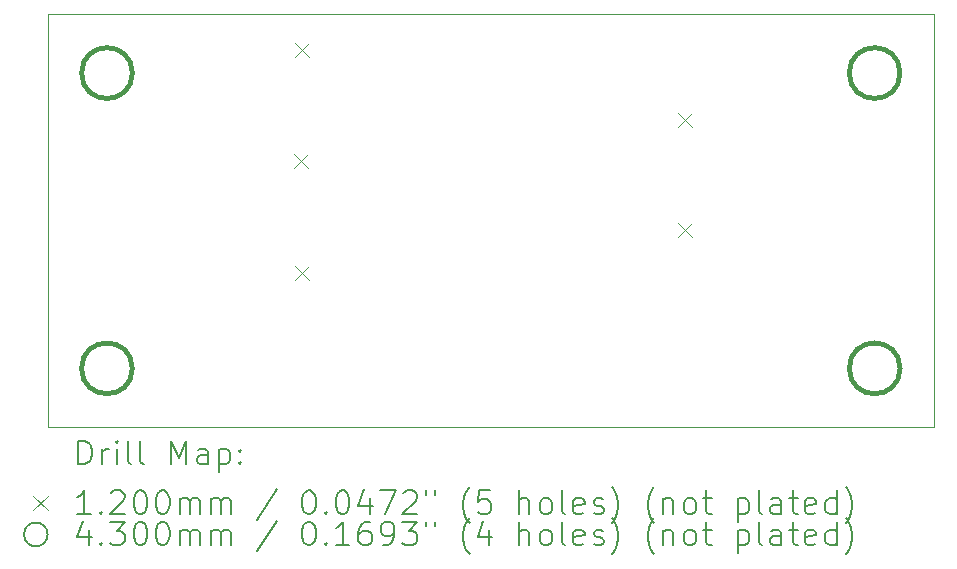
<source format=gbr>
%TF.GenerationSoftware,KiCad,Pcbnew,9.0.0-9.0.0-2~ubuntu24.04.1*%
%TF.CreationDate,2025-03-14T16:11:10-04:00*%
%TF.ProjectId,RiftBox,52696674-426f-4782-9e6b-696361645f70,rev?*%
%TF.SameCoordinates,Original*%
%TF.FileFunction,Drillmap*%
%TF.FilePolarity,Positive*%
%FSLAX45Y45*%
G04 Gerber Fmt 4.5, Leading zero omitted, Abs format (unit mm)*
G04 Created by KiCad (PCBNEW 9.0.0-9.0.0-2~ubuntu24.04.1) date 2025-03-14 16:11:10*
%MOMM*%
%LPD*%
G01*
G04 APERTURE LIST*
%ADD10C,0.050000*%
%ADD11C,0.200000*%
%ADD12C,0.120000*%
%ADD13C,0.430000*%
G04 APERTURE END LIST*
D10*
X12500000Y-5000000D02*
X20000000Y-5000000D01*
X20000000Y-8500000D01*
X12500000Y-8500000D01*
X12500000Y-5000000D01*
D11*
D12*
X14585500Y-6188000D02*
X14705500Y-6308000D01*
X14705500Y-6188000D02*
X14585500Y-6308000D01*
X14588000Y-5242000D02*
X14708000Y-5362000D01*
X14708000Y-5242000D02*
X14588000Y-5362000D01*
X14590000Y-7130000D02*
X14710000Y-7250000D01*
X14710000Y-7130000D02*
X14590000Y-7250000D01*
X17833000Y-5837000D02*
X17953000Y-5957000D01*
X17953000Y-5837000D02*
X17833000Y-5957000D01*
X17835500Y-6766000D02*
X17955500Y-6886000D01*
X17955500Y-6766000D02*
X17835500Y-6886000D01*
D13*
X13215000Y-5500000D02*
G75*
G02*
X12785000Y-5500000I-215000J0D01*
G01*
X12785000Y-5500000D02*
G75*
G02*
X13215000Y-5500000I215000J0D01*
G01*
X13215000Y-8000000D02*
G75*
G02*
X12785000Y-8000000I-215000J0D01*
G01*
X12785000Y-8000000D02*
G75*
G02*
X13215000Y-8000000I215000J0D01*
G01*
X19715000Y-5500000D02*
G75*
G02*
X19285000Y-5500000I-215000J0D01*
G01*
X19285000Y-5500000D02*
G75*
G02*
X19715000Y-5500000I215000J0D01*
G01*
X19715000Y-8000000D02*
G75*
G02*
X19285000Y-8000000I-215000J0D01*
G01*
X19285000Y-8000000D02*
G75*
G02*
X19715000Y-8000000I215000J0D01*
G01*
D11*
X12758277Y-8813984D02*
X12758277Y-8613984D01*
X12758277Y-8613984D02*
X12805896Y-8613984D01*
X12805896Y-8613984D02*
X12834467Y-8623508D01*
X12834467Y-8623508D02*
X12853515Y-8642555D01*
X12853515Y-8642555D02*
X12863039Y-8661603D01*
X12863039Y-8661603D02*
X12872562Y-8699698D01*
X12872562Y-8699698D02*
X12872562Y-8728270D01*
X12872562Y-8728270D02*
X12863039Y-8766365D01*
X12863039Y-8766365D02*
X12853515Y-8785412D01*
X12853515Y-8785412D02*
X12834467Y-8804460D01*
X12834467Y-8804460D02*
X12805896Y-8813984D01*
X12805896Y-8813984D02*
X12758277Y-8813984D01*
X12958277Y-8813984D02*
X12958277Y-8680650D01*
X12958277Y-8718746D02*
X12967801Y-8699698D01*
X12967801Y-8699698D02*
X12977324Y-8690174D01*
X12977324Y-8690174D02*
X12996372Y-8680650D01*
X12996372Y-8680650D02*
X13015420Y-8680650D01*
X13082086Y-8813984D02*
X13082086Y-8680650D01*
X13082086Y-8613984D02*
X13072562Y-8623508D01*
X13072562Y-8623508D02*
X13082086Y-8633031D01*
X13082086Y-8633031D02*
X13091610Y-8623508D01*
X13091610Y-8623508D02*
X13082086Y-8613984D01*
X13082086Y-8613984D02*
X13082086Y-8633031D01*
X13205896Y-8813984D02*
X13186848Y-8804460D01*
X13186848Y-8804460D02*
X13177324Y-8785412D01*
X13177324Y-8785412D02*
X13177324Y-8613984D01*
X13310658Y-8813984D02*
X13291610Y-8804460D01*
X13291610Y-8804460D02*
X13282086Y-8785412D01*
X13282086Y-8785412D02*
X13282086Y-8613984D01*
X13539229Y-8813984D02*
X13539229Y-8613984D01*
X13539229Y-8613984D02*
X13605896Y-8756841D01*
X13605896Y-8756841D02*
X13672562Y-8613984D01*
X13672562Y-8613984D02*
X13672562Y-8813984D01*
X13853515Y-8813984D02*
X13853515Y-8709222D01*
X13853515Y-8709222D02*
X13843991Y-8690174D01*
X13843991Y-8690174D02*
X13824943Y-8680650D01*
X13824943Y-8680650D02*
X13786848Y-8680650D01*
X13786848Y-8680650D02*
X13767801Y-8690174D01*
X13853515Y-8804460D02*
X13834467Y-8813984D01*
X13834467Y-8813984D02*
X13786848Y-8813984D01*
X13786848Y-8813984D02*
X13767801Y-8804460D01*
X13767801Y-8804460D02*
X13758277Y-8785412D01*
X13758277Y-8785412D02*
X13758277Y-8766365D01*
X13758277Y-8766365D02*
X13767801Y-8747317D01*
X13767801Y-8747317D02*
X13786848Y-8737793D01*
X13786848Y-8737793D02*
X13834467Y-8737793D01*
X13834467Y-8737793D02*
X13853515Y-8728270D01*
X13948753Y-8680650D02*
X13948753Y-8880650D01*
X13948753Y-8690174D02*
X13967801Y-8680650D01*
X13967801Y-8680650D02*
X14005896Y-8680650D01*
X14005896Y-8680650D02*
X14024943Y-8690174D01*
X14024943Y-8690174D02*
X14034467Y-8699698D01*
X14034467Y-8699698D02*
X14043991Y-8718746D01*
X14043991Y-8718746D02*
X14043991Y-8775889D01*
X14043991Y-8775889D02*
X14034467Y-8794936D01*
X14034467Y-8794936D02*
X14024943Y-8804460D01*
X14024943Y-8804460D02*
X14005896Y-8813984D01*
X14005896Y-8813984D02*
X13967801Y-8813984D01*
X13967801Y-8813984D02*
X13948753Y-8804460D01*
X14129705Y-8794936D02*
X14139229Y-8804460D01*
X14139229Y-8804460D02*
X14129705Y-8813984D01*
X14129705Y-8813984D02*
X14120182Y-8804460D01*
X14120182Y-8804460D02*
X14129705Y-8794936D01*
X14129705Y-8794936D02*
X14129705Y-8813984D01*
X14129705Y-8690174D02*
X14139229Y-8699698D01*
X14139229Y-8699698D02*
X14129705Y-8709222D01*
X14129705Y-8709222D02*
X14120182Y-8699698D01*
X14120182Y-8699698D02*
X14129705Y-8690174D01*
X14129705Y-8690174D02*
X14129705Y-8709222D01*
D12*
X12377500Y-9082500D02*
X12497500Y-9202500D01*
X12497500Y-9082500D02*
X12377500Y-9202500D01*
D11*
X12863039Y-9233984D02*
X12748753Y-9233984D01*
X12805896Y-9233984D02*
X12805896Y-9033984D01*
X12805896Y-9033984D02*
X12786848Y-9062555D01*
X12786848Y-9062555D02*
X12767801Y-9081603D01*
X12767801Y-9081603D02*
X12748753Y-9091127D01*
X12948753Y-9214936D02*
X12958277Y-9224460D01*
X12958277Y-9224460D02*
X12948753Y-9233984D01*
X12948753Y-9233984D02*
X12939229Y-9224460D01*
X12939229Y-9224460D02*
X12948753Y-9214936D01*
X12948753Y-9214936D02*
X12948753Y-9233984D01*
X13034467Y-9053031D02*
X13043991Y-9043508D01*
X13043991Y-9043508D02*
X13063039Y-9033984D01*
X13063039Y-9033984D02*
X13110658Y-9033984D01*
X13110658Y-9033984D02*
X13129705Y-9043508D01*
X13129705Y-9043508D02*
X13139229Y-9053031D01*
X13139229Y-9053031D02*
X13148753Y-9072079D01*
X13148753Y-9072079D02*
X13148753Y-9091127D01*
X13148753Y-9091127D02*
X13139229Y-9119698D01*
X13139229Y-9119698D02*
X13024943Y-9233984D01*
X13024943Y-9233984D02*
X13148753Y-9233984D01*
X13272562Y-9033984D02*
X13291610Y-9033984D01*
X13291610Y-9033984D02*
X13310658Y-9043508D01*
X13310658Y-9043508D02*
X13320182Y-9053031D01*
X13320182Y-9053031D02*
X13329705Y-9072079D01*
X13329705Y-9072079D02*
X13339229Y-9110174D01*
X13339229Y-9110174D02*
X13339229Y-9157793D01*
X13339229Y-9157793D02*
X13329705Y-9195889D01*
X13329705Y-9195889D02*
X13320182Y-9214936D01*
X13320182Y-9214936D02*
X13310658Y-9224460D01*
X13310658Y-9224460D02*
X13291610Y-9233984D01*
X13291610Y-9233984D02*
X13272562Y-9233984D01*
X13272562Y-9233984D02*
X13253515Y-9224460D01*
X13253515Y-9224460D02*
X13243991Y-9214936D01*
X13243991Y-9214936D02*
X13234467Y-9195889D01*
X13234467Y-9195889D02*
X13224943Y-9157793D01*
X13224943Y-9157793D02*
X13224943Y-9110174D01*
X13224943Y-9110174D02*
X13234467Y-9072079D01*
X13234467Y-9072079D02*
X13243991Y-9053031D01*
X13243991Y-9053031D02*
X13253515Y-9043508D01*
X13253515Y-9043508D02*
X13272562Y-9033984D01*
X13463039Y-9033984D02*
X13482086Y-9033984D01*
X13482086Y-9033984D02*
X13501134Y-9043508D01*
X13501134Y-9043508D02*
X13510658Y-9053031D01*
X13510658Y-9053031D02*
X13520182Y-9072079D01*
X13520182Y-9072079D02*
X13529705Y-9110174D01*
X13529705Y-9110174D02*
X13529705Y-9157793D01*
X13529705Y-9157793D02*
X13520182Y-9195889D01*
X13520182Y-9195889D02*
X13510658Y-9214936D01*
X13510658Y-9214936D02*
X13501134Y-9224460D01*
X13501134Y-9224460D02*
X13482086Y-9233984D01*
X13482086Y-9233984D02*
X13463039Y-9233984D01*
X13463039Y-9233984D02*
X13443991Y-9224460D01*
X13443991Y-9224460D02*
X13434467Y-9214936D01*
X13434467Y-9214936D02*
X13424943Y-9195889D01*
X13424943Y-9195889D02*
X13415420Y-9157793D01*
X13415420Y-9157793D02*
X13415420Y-9110174D01*
X13415420Y-9110174D02*
X13424943Y-9072079D01*
X13424943Y-9072079D02*
X13434467Y-9053031D01*
X13434467Y-9053031D02*
X13443991Y-9043508D01*
X13443991Y-9043508D02*
X13463039Y-9033984D01*
X13615420Y-9233984D02*
X13615420Y-9100650D01*
X13615420Y-9119698D02*
X13624943Y-9110174D01*
X13624943Y-9110174D02*
X13643991Y-9100650D01*
X13643991Y-9100650D02*
X13672563Y-9100650D01*
X13672563Y-9100650D02*
X13691610Y-9110174D01*
X13691610Y-9110174D02*
X13701134Y-9129222D01*
X13701134Y-9129222D02*
X13701134Y-9233984D01*
X13701134Y-9129222D02*
X13710658Y-9110174D01*
X13710658Y-9110174D02*
X13729705Y-9100650D01*
X13729705Y-9100650D02*
X13758277Y-9100650D01*
X13758277Y-9100650D02*
X13777324Y-9110174D01*
X13777324Y-9110174D02*
X13786848Y-9129222D01*
X13786848Y-9129222D02*
X13786848Y-9233984D01*
X13882086Y-9233984D02*
X13882086Y-9100650D01*
X13882086Y-9119698D02*
X13891610Y-9110174D01*
X13891610Y-9110174D02*
X13910658Y-9100650D01*
X13910658Y-9100650D02*
X13939229Y-9100650D01*
X13939229Y-9100650D02*
X13958277Y-9110174D01*
X13958277Y-9110174D02*
X13967801Y-9129222D01*
X13967801Y-9129222D02*
X13967801Y-9233984D01*
X13967801Y-9129222D02*
X13977324Y-9110174D01*
X13977324Y-9110174D02*
X13996372Y-9100650D01*
X13996372Y-9100650D02*
X14024943Y-9100650D01*
X14024943Y-9100650D02*
X14043991Y-9110174D01*
X14043991Y-9110174D02*
X14053515Y-9129222D01*
X14053515Y-9129222D02*
X14053515Y-9233984D01*
X14443991Y-9024460D02*
X14272563Y-9281603D01*
X14701134Y-9033984D02*
X14720182Y-9033984D01*
X14720182Y-9033984D02*
X14739229Y-9043508D01*
X14739229Y-9043508D02*
X14748753Y-9053031D01*
X14748753Y-9053031D02*
X14758277Y-9072079D01*
X14758277Y-9072079D02*
X14767801Y-9110174D01*
X14767801Y-9110174D02*
X14767801Y-9157793D01*
X14767801Y-9157793D02*
X14758277Y-9195889D01*
X14758277Y-9195889D02*
X14748753Y-9214936D01*
X14748753Y-9214936D02*
X14739229Y-9224460D01*
X14739229Y-9224460D02*
X14720182Y-9233984D01*
X14720182Y-9233984D02*
X14701134Y-9233984D01*
X14701134Y-9233984D02*
X14682086Y-9224460D01*
X14682086Y-9224460D02*
X14672563Y-9214936D01*
X14672563Y-9214936D02*
X14663039Y-9195889D01*
X14663039Y-9195889D02*
X14653515Y-9157793D01*
X14653515Y-9157793D02*
X14653515Y-9110174D01*
X14653515Y-9110174D02*
X14663039Y-9072079D01*
X14663039Y-9072079D02*
X14672563Y-9053031D01*
X14672563Y-9053031D02*
X14682086Y-9043508D01*
X14682086Y-9043508D02*
X14701134Y-9033984D01*
X14853515Y-9214936D02*
X14863039Y-9224460D01*
X14863039Y-9224460D02*
X14853515Y-9233984D01*
X14853515Y-9233984D02*
X14843991Y-9224460D01*
X14843991Y-9224460D02*
X14853515Y-9214936D01*
X14853515Y-9214936D02*
X14853515Y-9233984D01*
X14986848Y-9033984D02*
X15005896Y-9033984D01*
X15005896Y-9033984D02*
X15024944Y-9043508D01*
X15024944Y-9043508D02*
X15034467Y-9053031D01*
X15034467Y-9053031D02*
X15043991Y-9072079D01*
X15043991Y-9072079D02*
X15053515Y-9110174D01*
X15053515Y-9110174D02*
X15053515Y-9157793D01*
X15053515Y-9157793D02*
X15043991Y-9195889D01*
X15043991Y-9195889D02*
X15034467Y-9214936D01*
X15034467Y-9214936D02*
X15024944Y-9224460D01*
X15024944Y-9224460D02*
X15005896Y-9233984D01*
X15005896Y-9233984D02*
X14986848Y-9233984D01*
X14986848Y-9233984D02*
X14967801Y-9224460D01*
X14967801Y-9224460D02*
X14958277Y-9214936D01*
X14958277Y-9214936D02*
X14948753Y-9195889D01*
X14948753Y-9195889D02*
X14939229Y-9157793D01*
X14939229Y-9157793D02*
X14939229Y-9110174D01*
X14939229Y-9110174D02*
X14948753Y-9072079D01*
X14948753Y-9072079D02*
X14958277Y-9053031D01*
X14958277Y-9053031D02*
X14967801Y-9043508D01*
X14967801Y-9043508D02*
X14986848Y-9033984D01*
X15224944Y-9100650D02*
X15224944Y-9233984D01*
X15177325Y-9024460D02*
X15129706Y-9167317D01*
X15129706Y-9167317D02*
X15253515Y-9167317D01*
X15310658Y-9033984D02*
X15443991Y-9033984D01*
X15443991Y-9033984D02*
X15358277Y-9233984D01*
X15510658Y-9053031D02*
X15520182Y-9043508D01*
X15520182Y-9043508D02*
X15539229Y-9033984D01*
X15539229Y-9033984D02*
X15586848Y-9033984D01*
X15586848Y-9033984D02*
X15605896Y-9043508D01*
X15605896Y-9043508D02*
X15615420Y-9053031D01*
X15615420Y-9053031D02*
X15624944Y-9072079D01*
X15624944Y-9072079D02*
X15624944Y-9091127D01*
X15624944Y-9091127D02*
X15615420Y-9119698D01*
X15615420Y-9119698D02*
X15501134Y-9233984D01*
X15501134Y-9233984D02*
X15624944Y-9233984D01*
X15701134Y-9033984D02*
X15701134Y-9072079D01*
X15777325Y-9033984D02*
X15777325Y-9072079D01*
X16072563Y-9310174D02*
X16063039Y-9300650D01*
X16063039Y-9300650D02*
X16043991Y-9272079D01*
X16043991Y-9272079D02*
X16034468Y-9253031D01*
X16034468Y-9253031D02*
X16024944Y-9224460D01*
X16024944Y-9224460D02*
X16015420Y-9176841D01*
X16015420Y-9176841D02*
X16015420Y-9138746D01*
X16015420Y-9138746D02*
X16024944Y-9091127D01*
X16024944Y-9091127D02*
X16034468Y-9062555D01*
X16034468Y-9062555D02*
X16043991Y-9043508D01*
X16043991Y-9043508D02*
X16063039Y-9014936D01*
X16063039Y-9014936D02*
X16072563Y-9005412D01*
X16243991Y-9033984D02*
X16148753Y-9033984D01*
X16148753Y-9033984D02*
X16139229Y-9129222D01*
X16139229Y-9129222D02*
X16148753Y-9119698D01*
X16148753Y-9119698D02*
X16167801Y-9110174D01*
X16167801Y-9110174D02*
X16215420Y-9110174D01*
X16215420Y-9110174D02*
X16234468Y-9119698D01*
X16234468Y-9119698D02*
X16243991Y-9129222D01*
X16243991Y-9129222D02*
X16253515Y-9148270D01*
X16253515Y-9148270D02*
X16253515Y-9195889D01*
X16253515Y-9195889D02*
X16243991Y-9214936D01*
X16243991Y-9214936D02*
X16234468Y-9224460D01*
X16234468Y-9224460D02*
X16215420Y-9233984D01*
X16215420Y-9233984D02*
X16167801Y-9233984D01*
X16167801Y-9233984D02*
X16148753Y-9224460D01*
X16148753Y-9224460D02*
X16139229Y-9214936D01*
X16491610Y-9233984D02*
X16491610Y-9033984D01*
X16577325Y-9233984D02*
X16577325Y-9129222D01*
X16577325Y-9129222D02*
X16567801Y-9110174D01*
X16567801Y-9110174D02*
X16548753Y-9100650D01*
X16548753Y-9100650D02*
X16520182Y-9100650D01*
X16520182Y-9100650D02*
X16501134Y-9110174D01*
X16501134Y-9110174D02*
X16491610Y-9119698D01*
X16701134Y-9233984D02*
X16682087Y-9224460D01*
X16682087Y-9224460D02*
X16672563Y-9214936D01*
X16672563Y-9214936D02*
X16663039Y-9195889D01*
X16663039Y-9195889D02*
X16663039Y-9138746D01*
X16663039Y-9138746D02*
X16672563Y-9119698D01*
X16672563Y-9119698D02*
X16682087Y-9110174D01*
X16682087Y-9110174D02*
X16701134Y-9100650D01*
X16701134Y-9100650D02*
X16729706Y-9100650D01*
X16729706Y-9100650D02*
X16748753Y-9110174D01*
X16748753Y-9110174D02*
X16758277Y-9119698D01*
X16758277Y-9119698D02*
X16767801Y-9138746D01*
X16767801Y-9138746D02*
X16767801Y-9195889D01*
X16767801Y-9195889D02*
X16758277Y-9214936D01*
X16758277Y-9214936D02*
X16748753Y-9224460D01*
X16748753Y-9224460D02*
X16729706Y-9233984D01*
X16729706Y-9233984D02*
X16701134Y-9233984D01*
X16882087Y-9233984D02*
X16863039Y-9224460D01*
X16863039Y-9224460D02*
X16853515Y-9205412D01*
X16853515Y-9205412D02*
X16853515Y-9033984D01*
X17034468Y-9224460D02*
X17015420Y-9233984D01*
X17015420Y-9233984D02*
X16977325Y-9233984D01*
X16977325Y-9233984D02*
X16958277Y-9224460D01*
X16958277Y-9224460D02*
X16948753Y-9205412D01*
X16948753Y-9205412D02*
X16948753Y-9129222D01*
X16948753Y-9129222D02*
X16958277Y-9110174D01*
X16958277Y-9110174D02*
X16977325Y-9100650D01*
X16977325Y-9100650D02*
X17015420Y-9100650D01*
X17015420Y-9100650D02*
X17034468Y-9110174D01*
X17034468Y-9110174D02*
X17043992Y-9129222D01*
X17043992Y-9129222D02*
X17043992Y-9148270D01*
X17043992Y-9148270D02*
X16948753Y-9167317D01*
X17120182Y-9224460D02*
X17139230Y-9233984D01*
X17139230Y-9233984D02*
X17177325Y-9233984D01*
X17177325Y-9233984D02*
X17196373Y-9224460D01*
X17196373Y-9224460D02*
X17205896Y-9205412D01*
X17205896Y-9205412D02*
X17205896Y-9195889D01*
X17205896Y-9195889D02*
X17196373Y-9176841D01*
X17196373Y-9176841D02*
X17177325Y-9167317D01*
X17177325Y-9167317D02*
X17148753Y-9167317D01*
X17148753Y-9167317D02*
X17129706Y-9157793D01*
X17129706Y-9157793D02*
X17120182Y-9138746D01*
X17120182Y-9138746D02*
X17120182Y-9129222D01*
X17120182Y-9129222D02*
X17129706Y-9110174D01*
X17129706Y-9110174D02*
X17148753Y-9100650D01*
X17148753Y-9100650D02*
X17177325Y-9100650D01*
X17177325Y-9100650D02*
X17196373Y-9110174D01*
X17272563Y-9310174D02*
X17282087Y-9300650D01*
X17282087Y-9300650D02*
X17301134Y-9272079D01*
X17301134Y-9272079D02*
X17310658Y-9253031D01*
X17310658Y-9253031D02*
X17320182Y-9224460D01*
X17320182Y-9224460D02*
X17329706Y-9176841D01*
X17329706Y-9176841D02*
X17329706Y-9138746D01*
X17329706Y-9138746D02*
X17320182Y-9091127D01*
X17320182Y-9091127D02*
X17310658Y-9062555D01*
X17310658Y-9062555D02*
X17301134Y-9043508D01*
X17301134Y-9043508D02*
X17282087Y-9014936D01*
X17282087Y-9014936D02*
X17272563Y-9005412D01*
X17634468Y-9310174D02*
X17624944Y-9300650D01*
X17624944Y-9300650D02*
X17605896Y-9272079D01*
X17605896Y-9272079D02*
X17596373Y-9253031D01*
X17596373Y-9253031D02*
X17586849Y-9224460D01*
X17586849Y-9224460D02*
X17577325Y-9176841D01*
X17577325Y-9176841D02*
X17577325Y-9138746D01*
X17577325Y-9138746D02*
X17586849Y-9091127D01*
X17586849Y-9091127D02*
X17596373Y-9062555D01*
X17596373Y-9062555D02*
X17605896Y-9043508D01*
X17605896Y-9043508D02*
X17624944Y-9014936D01*
X17624944Y-9014936D02*
X17634468Y-9005412D01*
X17710658Y-9100650D02*
X17710658Y-9233984D01*
X17710658Y-9119698D02*
X17720182Y-9110174D01*
X17720182Y-9110174D02*
X17739230Y-9100650D01*
X17739230Y-9100650D02*
X17767801Y-9100650D01*
X17767801Y-9100650D02*
X17786849Y-9110174D01*
X17786849Y-9110174D02*
X17796373Y-9129222D01*
X17796373Y-9129222D02*
X17796373Y-9233984D01*
X17920182Y-9233984D02*
X17901134Y-9224460D01*
X17901134Y-9224460D02*
X17891611Y-9214936D01*
X17891611Y-9214936D02*
X17882087Y-9195889D01*
X17882087Y-9195889D02*
X17882087Y-9138746D01*
X17882087Y-9138746D02*
X17891611Y-9119698D01*
X17891611Y-9119698D02*
X17901134Y-9110174D01*
X17901134Y-9110174D02*
X17920182Y-9100650D01*
X17920182Y-9100650D02*
X17948754Y-9100650D01*
X17948754Y-9100650D02*
X17967801Y-9110174D01*
X17967801Y-9110174D02*
X17977325Y-9119698D01*
X17977325Y-9119698D02*
X17986849Y-9138746D01*
X17986849Y-9138746D02*
X17986849Y-9195889D01*
X17986849Y-9195889D02*
X17977325Y-9214936D01*
X17977325Y-9214936D02*
X17967801Y-9224460D01*
X17967801Y-9224460D02*
X17948754Y-9233984D01*
X17948754Y-9233984D02*
X17920182Y-9233984D01*
X18043992Y-9100650D02*
X18120182Y-9100650D01*
X18072563Y-9033984D02*
X18072563Y-9205412D01*
X18072563Y-9205412D02*
X18082087Y-9224460D01*
X18082087Y-9224460D02*
X18101134Y-9233984D01*
X18101134Y-9233984D02*
X18120182Y-9233984D01*
X18339230Y-9100650D02*
X18339230Y-9300650D01*
X18339230Y-9110174D02*
X18358277Y-9100650D01*
X18358277Y-9100650D02*
X18396373Y-9100650D01*
X18396373Y-9100650D02*
X18415420Y-9110174D01*
X18415420Y-9110174D02*
X18424944Y-9119698D01*
X18424944Y-9119698D02*
X18434468Y-9138746D01*
X18434468Y-9138746D02*
X18434468Y-9195889D01*
X18434468Y-9195889D02*
X18424944Y-9214936D01*
X18424944Y-9214936D02*
X18415420Y-9224460D01*
X18415420Y-9224460D02*
X18396373Y-9233984D01*
X18396373Y-9233984D02*
X18358277Y-9233984D01*
X18358277Y-9233984D02*
X18339230Y-9224460D01*
X18548754Y-9233984D02*
X18529706Y-9224460D01*
X18529706Y-9224460D02*
X18520182Y-9205412D01*
X18520182Y-9205412D02*
X18520182Y-9033984D01*
X18710658Y-9233984D02*
X18710658Y-9129222D01*
X18710658Y-9129222D02*
X18701135Y-9110174D01*
X18701135Y-9110174D02*
X18682087Y-9100650D01*
X18682087Y-9100650D02*
X18643992Y-9100650D01*
X18643992Y-9100650D02*
X18624944Y-9110174D01*
X18710658Y-9224460D02*
X18691611Y-9233984D01*
X18691611Y-9233984D02*
X18643992Y-9233984D01*
X18643992Y-9233984D02*
X18624944Y-9224460D01*
X18624944Y-9224460D02*
X18615420Y-9205412D01*
X18615420Y-9205412D02*
X18615420Y-9186365D01*
X18615420Y-9186365D02*
X18624944Y-9167317D01*
X18624944Y-9167317D02*
X18643992Y-9157793D01*
X18643992Y-9157793D02*
X18691611Y-9157793D01*
X18691611Y-9157793D02*
X18710658Y-9148270D01*
X18777325Y-9100650D02*
X18853515Y-9100650D01*
X18805896Y-9033984D02*
X18805896Y-9205412D01*
X18805896Y-9205412D02*
X18815420Y-9224460D01*
X18815420Y-9224460D02*
X18834468Y-9233984D01*
X18834468Y-9233984D02*
X18853515Y-9233984D01*
X18996373Y-9224460D02*
X18977325Y-9233984D01*
X18977325Y-9233984D02*
X18939230Y-9233984D01*
X18939230Y-9233984D02*
X18920182Y-9224460D01*
X18920182Y-9224460D02*
X18910658Y-9205412D01*
X18910658Y-9205412D02*
X18910658Y-9129222D01*
X18910658Y-9129222D02*
X18920182Y-9110174D01*
X18920182Y-9110174D02*
X18939230Y-9100650D01*
X18939230Y-9100650D02*
X18977325Y-9100650D01*
X18977325Y-9100650D02*
X18996373Y-9110174D01*
X18996373Y-9110174D02*
X19005896Y-9129222D01*
X19005896Y-9129222D02*
X19005896Y-9148270D01*
X19005896Y-9148270D02*
X18910658Y-9167317D01*
X19177325Y-9233984D02*
X19177325Y-9033984D01*
X19177325Y-9224460D02*
X19158277Y-9233984D01*
X19158277Y-9233984D02*
X19120182Y-9233984D01*
X19120182Y-9233984D02*
X19101135Y-9224460D01*
X19101135Y-9224460D02*
X19091611Y-9214936D01*
X19091611Y-9214936D02*
X19082087Y-9195889D01*
X19082087Y-9195889D02*
X19082087Y-9138746D01*
X19082087Y-9138746D02*
X19091611Y-9119698D01*
X19091611Y-9119698D02*
X19101135Y-9110174D01*
X19101135Y-9110174D02*
X19120182Y-9100650D01*
X19120182Y-9100650D02*
X19158277Y-9100650D01*
X19158277Y-9100650D02*
X19177325Y-9110174D01*
X19253516Y-9310174D02*
X19263039Y-9300650D01*
X19263039Y-9300650D02*
X19282087Y-9272079D01*
X19282087Y-9272079D02*
X19291611Y-9253031D01*
X19291611Y-9253031D02*
X19301135Y-9224460D01*
X19301135Y-9224460D02*
X19310658Y-9176841D01*
X19310658Y-9176841D02*
X19310658Y-9138746D01*
X19310658Y-9138746D02*
X19301135Y-9091127D01*
X19301135Y-9091127D02*
X19291611Y-9062555D01*
X19291611Y-9062555D02*
X19282087Y-9043508D01*
X19282087Y-9043508D02*
X19263039Y-9014936D01*
X19263039Y-9014936D02*
X19253516Y-9005412D01*
X12497500Y-9406500D02*
G75*
G02*
X12297500Y-9406500I-100000J0D01*
G01*
X12297500Y-9406500D02*
G75*
G02*
X12497500Y-9406500I100000J0D01*
G01*
X12843991Y-9364650D02*
X12843991Y-9497984D01*
X12796372Y-9288460D02*
X12748753Y-9431317D01*
X12748753Y-9431317D02*
X12872562Y-9431317D01*
X12948753Y-9478936D02*
X12958277Y-9488460D01*
X12958277Y-9488460D02*
X12948753Y-9497984D01*
X12948753Y-9497984D02*
X12939229Y-9488460D01*
X12939229Y-9488460D02*
X12948753Y-9478936D01*
X12948753Y-9478936D02*
X12948753Y-9497984D01*
X13024943Y-9297984D02*
X13148753Y-9297984D01*
X13148753Y-9297984D02*
X13082086Y-9374174D01*
X13082086Y-9374174D02*
X13110658Y-9374174D01*
X13110658Y-9374174D02*
X13129705Y-9383698D01*
X13129705Y-9383698D02*
X13139229Y-9393222D01*
X13139229Y-9393222D02*
X13148753Y-9412270D01*
X13148753Y-9412270D02*
X13148753Y-9459889D01*
X13148753Y-9459889D02*
X13139229Y-9478936D01*
X13139229Y-9478936D02*
X13129705Y-9488460D01*
X13129705Y-9488460D02*
X13110658Y-9497984D01*
X13110658Y-9497984D02*
X13053515Y-9497984D01*
X13053515Y-9497984D02*
X13034467Y-9488460D01*
X13034467Y-9488460D02*
X13024943Y-9478936D01*
X13272562Y-9297984D02*
X13291610Y-9297984D01*
X13291610Y-9297984D02*
X13310658Y-9307508D01*
X13310658Y-9307508D02*
X13320182Y-9317031D01*
X13320182Y-9317031D02*
X13329705Y-9336079D01*
X13329705Y-9336079D02*
X13339229Y-9374174D01*
X13339229Y-9374174D02*
X13339229Y-9421793D01*
X13339229Y-9421793D02*
X13329705Y-9459889D01*
X13329705Y-9459889D02*
X13320182Y-9478936D01*
X13320182Y-9478936D02*
X13310658Y-9488460D01*
X13310658Y-9488460D02*
X13291610Y-9497984D01*
X13291610Y-9497984D02*
X13272562Y-9497984D01*
X13272562Y-9497984D02*
X13253515Y-9488460D01*
X13253515Y-9488460D02*
X13243991Y-9478936D01*
X13243991Y-9478936D02*
X13234467Y-9459889D01*
X13234467Y-9459889D02*
X13224943Y-9421793D01*
X13224943Y-9421793D02*
X13224943Y-9374174D01*
X13224943Y-9374174D02*
X13234467Y-9336079D01*
X13234467Y-9336079D02*
X13243991Y-9317031D01*
X13243991Y-9317031D02*
X13253515Y-9307508D01*
X13253515Y-9307508D02*
X13272562Y-9297984D01*
X13463039Y-9297984D02*
X13482086Y-9297984D01*
X13482086Y-9297984D02*
X13501134Y-9307508D01*
X13501134Y-9307508D02*
X13510658Y-9317031D01*
X13510658Y-9317031D02*
X13520182Y-9336079D01*
X13520182Y-9336079D02*
X13529705Y-9374174D01*
X13529705Y-9374174D02*
X13529705Y-9421793D01*
X13529705Y-9421793D02*
X13520182Y-9459889D01*
X13520182Y-9459889D02*
X13510658Y-9478936D01*
X13510658Y-9478936D02*
X13501134Y-9488460D01*
X13501134Y-9488460D02*
X13482086Y-9497984D01*
X13482086Y-9497984D02*
X13463039Y-9497984D01*
X13463039Y-9497984D02*
X13443991Y-9488460D01*
X13443991Y-9488460D02*
X13434467Y-9478936D01*
X13434467Y-9478936D02*
X13424943Y-9459889D01*
X13424943Y-9459889D02*
X13415420Y-9421793D01*
X13415420Y-9421793D02*
X13415420Y-9374174D01*
X13415420Y-9374174D02*
X13424943Y-9336079D01*
X13424943Y-9336079D02*
X13434467Y-9317031D01*
X13434467Y-9317031D02*
X13443991Y-9307508D01*
X13443991Y-9307508D02*
X13463039Y-9297984D01*
X13615420Y-9497984D02*
X13615420Y-9364650D01*
X13615420Y-9383698D02*
X13624943Y-9374174D01*
X13624943Y-9374174D02*
X13643991Y-9364650D01*
X13643991Y-9364650D02*
X13672563Y-9364650D01*
X13672563Y-9364650D02*
X13691610Y-9374174D01*
X13691610Y-9374174D02*
X13701134Y-9393222D01*
X13701134Y-9393222D02*
X13701134Y-9497984D01*
X13701134Y-9393222D02*
X13710658Y-9374174D01*
X13710658Y-9374174D02*
X13729705Y-9364650D01*
X13729705Y-9364650D02*
X13758277Y-9364650D01*
X13758277Y-9364650D02*
X13777324Y-9374174D01*
X13777324Y-9374174D02*
X13786848Y-9393222D01*
X13786848Y-9393222D02*
X13786848Y-9497984D01*
X13882086Y-9497984D02*
X13882086Y-9364650D01*
X13882086Y-9383698D02*
X13891610Y-9374174D01*
X13891610Y-9374174D02*
X13910658Y-9364650D01*
X13910658Y-9364650D02*
X13939229Y-9364650D01*
X13939229Y-9364650D02*
X13958277Y-9374174D01*
X13958277Y-9374174D02*
X13967801Y-9393222D01*
X13967801Y-9393222D02*
X13967801Y-9497984D01*
X13967801Y-9393222D02*
X13977324Y-9374174D01*
X13977324Y-9374174D02*
X13996372Y-9364650D01*
X13996372Y-9364650D02*
X14024943Y-9364650D01*
X14024943Y-9364650D02*
X14043991Y-9374174D01*
X14043991Y-9374174D02*
X14053515Y-9393222D01*
X14053515Y-9393222D02*
X14053515Y-9497984D01*
X14443991Y-9288460D02*
X14272563Y-9545603D01*
X14701134Y-9297984D02*
X14720182Y-9297984D01*
X14720182Y-9297984D02*
X14739229Y-9307508D01*
X14739229Y-9307508D02*
X14748753Y-9317031D01*
X14748753Y-9317031D02*
X14758277Y-9336079D01*
X14758277Y-9336079D02*
X14767801Y-9374174D01*
X14767801Y-9374174D02*
X14767801Y-9421793D01*
X14767801Y-9421793D02*
X14758277Y-9459889D01*
X14758277Y-9459889D02*
X14748753Y-9478936D01*
X14748753Y-9478936D02*
X14739229Y-9488460D01*
X14739229Y-9488460D02*
X14720182Y-9497984D01*
X14720182Y-9497984D02*
X14701134Y-9497984D01*
X14701134Y-9497984D02*
X14682086Y-9488460D01*
X14682086Y-9488460D02*
X14672563Y-9478936D01*
X14672563Y-9478936D02*
X14663039Y-9459889D01*
X14663039Y-9459889D02*
X14653515Y-9421793D01*
X14653515Y-9421793D02*
X14653515Y-9374174D01*
X14653515Y-9374174D02*
X14663039Y-9336079D01*
X14663039Y-9336079D02*
X14672563Y-9317031D01*
X14672563Y-9317031D02*
X14682086Y-9307508D01*
X14682086Y-9307508D02*
X14701134Y-9297984D01*
X14853515Y-9478936D02*
X14863039Y-9488460D01*
X14863039Y-9488460D02*
X14853515Y-9497984D01*
X14853515Y-9497984D02*
X14843991Y-9488460D01*
X14843991Y-9488460D02*
X14853515Y-9478936D01*
X14853515Y-9478936D02*
X14853515Y-9497984D01*
X15053515Y-9497984D02*
X14939229Y-9497984D01*
X14996372Y-9497984D02*
X14996372Y-9297984D01*
X14996372Y-9297984D02*
X14977325Y-9326555D01*
X14977325Y-9326555D02*
X14958277Y-9345603D01*
X14958277Y-9345603D02*
X14939229Y-9355127D01*
X15224944Y-9297984D02*
X15186848Y-9297984D01*
X15186848Y-9297984D02*
X15167801Y-9307508D01*
X15167801Y-9307508D02*
X15158277Y-9317031D01*
X15158277Y-9317031D02*
X15139229Y-9345603D01*
X15139229Y-9345603D02*
X15129706Y-9383698D01*
X15129706Y-9383698D02*
X15129706Y-9459889D01*
X15129706Y-9459889D02*
X15139229Y-9478936D01*
X15139229Y-9478936D02*
X15148753Y-9488460D01*
X15148753Y-9488460D02*
X15167801Y-9497984D01*
X15167801Y-9497984D02*
X15205896Y-9497984D01*
X15205896Y-9497984D02*
X15224944Y-9488460D01*
X15224944Y-9488460D02*
X15234467Y-9478936D01*
X15234467Y-9478936D02*
X15243991Y-9459889D01*
X15243991Y-9459889D02*
X15243991Y-9412270D01*
X15243991Y-9412270D02*
X15234467Y-9393222D01*
X15234467Y-9393222D02*
X15224944Y-9383698D01*
X15224944Y-9383698D02*
X15205896Y-9374174D01*
X15205896Y-9374174D02*
X15167801Y-9374174D01*
X15167801Y-9374174D02*
X15148753Y-9383698D01*
X15148753Y-9383698D02*
X15139229Y-9393222D01*
X15139229Y-9393222D02*
X15129706Y-9412270D01*
X15339229Y-9497984D02*
X15377325Y-9497984D01*
X15377325Y-9497984D02*
X15396372Y-9488460D01*
X15396372Y-9488460D02*
X15405896Y-9478936D01*
X15405896Y-9478936D02*
X15424944Y-9450365D01*
X15424944Y-9450365D02*
X15434467Y-9412270D01*
X15434467Y-9412270D02*
X15434467Y-9336079D01*
X15434467Y-9336079D02*
X15424944Y-9317031D01*
X15424944Y-9317031D02*
X15415420Y-9307508D01*
X15415420Y-9307508D02*
X15396372Y-9297984D01*
X15396372Y-9297984D02*
X15358277Y-9297984D01*
X15358277Y-9297984D02*
X15339229Y-9307508D01*
X15339229Y-9307508D02*
X15329706Y-9317031D01*
X15329706Y-9317031D02*
X15320182Y-9336079D01*
X15320182Y-9336079D02*
X15320182Y-9383698D01*
X15320182Y-9383698D02*
X15329706Y-9402746D01*
X15329706Y-9402746D02*
X15339229Y-9412270D01*
X15339229Y-9412270D02*
X15358277Y-9421793D01*
X15358277Y-9421793D02*
X15396372Y-9421793D01*
X15396372Y-9421793D02*
X15415420Y-9412270D01*
X15415420Y-9412270D02*
X15424944Y-9402746D01*
X15424944Y-9402746D02*
X15434467Y-9383698D01*
X15501134Y-9297984D02*
X15624944Y-9297984D01*
X15624944Y-9297984D02*
X15558277Y-9374174D01*
X15558277Y-9374174D02*
X15586848Y-9374174D01*
X15586848Y-9374174D02*
X15605896Y-9383698D01*
X15605896Y-9383698D02*
X15615420Y-9393222D01*
X15615420Y-9393222D02*
X15624944Y-9412270D01*
X15624944Y-9412270D02*
X15624944Y-9459889D01*
X15624944Y-9459889D02*
X15615420Y-9478936D01*
X15615420Y-9478936D02*
X15605896Y-9488460D01*
X15605896Y-9488460D02*
X15586848Y-9497984D01*
X15586848Y-9497984D02*
X15529706Y-9497984D01*
X15529706Y-9497984D02*
X15510658Y-9488460D01*
X15510658Y-9488460D02*
X15501134Y-9478936D01*
X15701134Y-9297984D02*
X15701134Y-9336079D01*
X15777325Y-9297984D02*
X15777325Y-9336079D01*
X16072563Y-9574174D02*
X16063039Y-9564650D01*
X16063039Y-9564650D02*
X16043991Y-9536079D01*
X16043991Y-9536079D02*
X16034468Y-9517031D01*
X16034468Y-9517031D02*
X16024944Y-9488460D01*
X16024944Y-9488460D02*
X16015420Y-9440841D01*
X16015420Y-9440841D02*
X16015420Y-9402746D01*
X16015420Y-9402746D02*
X16024944Y-9355127D01*
X16024944Y-9355127D02*
X16034468Y-9326555D01*
X16034468Y-9326555D02*
X16043991Y-9307508D01*
X16043991Y-9307508D02*
X16063039Y-9278936D01*
X16063039Y-9278936D02*
X16072563Y-9269412D01*
X16234468Y-9364650D02*
X16234468Y-9497984D01*
X16186848Y-9288460D02*
X16139229Y-9431317D01*
X16139229Y-9431317D02*
X16263039Y-9431317D01*
X16491610Y-9497984D02*
X16491610Y-9297984D01*
X16577325Y-9497984D02*
X16577325Y-9393222D01*
X16577325Y-9393222D02*
X16567801Y-9374174D01*
X16567801Y-9374174D02*
X16548753Y-9364650D01*
X16548753Y-9364650D02*
X16520182Y-9364650D01*
X16520182Y-9364650D02*
X16501134Y-9374174D01*
X16501134Y-9374174D02*
X16491610Y-9383698D01*
X16701134Y-9497984D02*
X16682087Y-9488460D01*
X16682087Y-9488460D02*
X16672563Y-9478936D01*
X16672563Y-9478936D02*
X16663039Y-9459889D01*
X16663039Y-9459889D02*
X16663039Y-9402746D01*
X16663039Y-9402746D02*
X16672563Y-9383698D01*
X16672563Y-9383698D02*
X16682087Y-9374174D01*
X16682087Y-9374174D02*
X16701134Y-9364650D01*
X16701134Y-9364650D02*
X16729706Y-9364650D01*
X16729706Y-9364650D02*
X16748753Y-9374174D01*
X16748753Y-9374174D02*
X16758277Y-9383698D01*
X16758277Y-9383698D02*
X16767801Y-9402746D01*
X16767801Y-9402746D02*
X16767801Y-9459889D01*
X16767801Y-9459889D02*
X16758277Y-9478936D01*
X16758277Y-9478936D02*
X16748753Y-9488460D01*
X16748753Y-9488460D02*
X16729706Y-9497984D01*
X16729706Y-9497984D02*
X16701134Y-9497984D01*
X16882087Y-9497984D02*
X16863039Y-9488460D01*
X16863039Y-9488460D02*
X16853515Y-9469412D01*
X16853515Y-9469412D02*
X16853515Y-9297984D01*
X17034468Y-9488460D02*
X17015420Y-9497984D01*
X17015420Y-9497984D02*
X16977325Y-9497984D01*
X16977325Y-9497984D02*
X16958277Y-9488460D01*
X16958277Y-9488460D02*
X16948753Y-9469412D01*
X16948753Y-9469412D02*
X16948753Y-9393222D01*
X16948753Y-9393222D02*
X16958277Y-9374174D01*
X16958277Y-9374174D02*
X16977325Y-9364650D01*
X16977325Y-9364650D02*
X17015420Y-9364650D01*
X17015420Y-9364650D02*
X17034468Y-9374174D01*
X17034468Y-9374174D02*
X17043992Y-9393222D01*
X17043992Y-9393222D02*
X17043992Y-9412270D01*
X17043992Y-9412270D02*
X16948753Y-9431317D01*
X17120182Y-9488460D02*
X17139230Y-9497984D01*
X17139230Y-9497984D02*
X17177325Y-9497984D01*
X17177325Y-9497984D02*
X17196373Y-9488460D01*
X17196373Y-9488460D02*
X17205896Y-9469412D01*
X17205896Y-9469412D02*
X17205896Y-9459889D01*
X17205896Y-9459889D02*
X17196373Y-9440841D01*
X17196373Y-9440841D02*
X17177325Y-9431317D01*
X17177325Y-9431317D02*
X17148753Y-9431317D01*
X17148753Y-9431317D02*
X17129706Y-9421793D01*
X17129706Y-9421793D02*
X17120182Y-9402746D01*
X17120182Y-9402746D02*
X17120182Y-9393222D01*
X17120182Y-9393222D02*
X17129706Y-9374174D01*
X17129706Y-9374174D02*
X17148753Y-9364650D01*
X17148753Y-9364650D02*
X17177325Y-9364650D01*
X17177325Y-9364650D02*
X17196373Y-9374174D01*
X17272563Y-9574174D02*
X17282087Y-9564650D01*
X17282087Y-9564650D02*
X17301134Y-9536079D01*
X17301134Y-9536079D02*
X17310658Y-9517031D01*
X17310658Y-9517031D02*
X17320182Y-9488460D01*
X17320182Y-9488460D02*
X17329706Y-9440841D01*
X17329706Y-9440841D02*
X17329706Y-9402746D01*
X17329706Y-9402746D02*
X17320182Y-9355127D01*
X17320182Y-9355127D02*
X17310658Y-9326555D01*
X17310658Y-9326555D02*
X17301134Y-9307508D01*
X17301134Y-9307508D02*
X17282087Y-9278936D01*
X17282087Y-9278936D02*
X17272563Y-9269412D01*
X17634468Y-9574174D02*
X17624944Y-9564650D01*
X17624944Y-9564650D02*
X17605896Y-9536079D01*
X17605896Y-9536079D02*
X17596373Y-9517031D01*
X17596373Y-9517031D02*
X17586849Y-9488460D01*
X17586849Y-9488460D02*
X17577325Y-9440841D01*
X17577325Y-9440841D02*
X17577325Y-9402746D01*
X17577325Y-9402746D02*
X17586849Y-9355127D01*
X17586849Y-9355127D02*
X17596373Y-9326555D01*
X17596373Y-9326555D02*
X17605896Y-9307508D01*
X17605896Y-9307508D02*
X17624944Y-9278936D01*
X17624944Y-9278936D02*
X17634468Y-9269412D01*
X17710658Y-9364650D02*
X17710658Y-9497984D01*
X17710658Y-9383698D02*
X17720182Y-9374174D01*
X17720182Y-9374174D02*
X17739230Y-9364650D01*
X17739230Y-9364650D02*
X17767801Y-9364650D01*
X17767801Y-9364650D02*
X17786849Y-9374174D01*
X17786849Y-9374174D02*
X17796373Y-9393222D01*
X17796373Y-9393222D02*
X17796373Y-9497984D01*
X17920182Y-9497984D02*
X17901134Y-9488460D01*
X17901134Y-9488460D02*
X17891611Y-9478936D01*
X17891611Y-9478936D02*
X17882087Y-9459889D01*
X17882087Y-9459889D02*
X17882087Y-9402746D01*
X17882087Y-9402746D02*
X17891611Y-9383698D01*
X17891611Y-9383698D02*
X17901134Y-9374174D01*
X17901134Y-9374174D02*
X17920182Y-9364650D01*
X17920182Y-9364650D02*
X17948754Y-9364650D01*
X17948754Y-9364650D02*
X17967801Y-9374174D01*
X17967801Y-9374174D02*
X17977325Y-9383698D01*
X17977325Y-9383698D02*
X17986849Y-9402746D01*
X17986849Y-9402746D02*
X17986849Y-9459889D01*
X17986849Y-9459889D02*
X17977325Y-9478936D01*
X17977325Y-9478936D02*
X17967801Y-9488460D01*
X17967801Y-9488460D02*
X17948754Y-9497984D01*
X17948754Y-9497984D02*
X17920182Y-9497984D01*
X18043992Y-9364650D02*
X18120182Y-9364650D01*
X18072563Y-9297984D02*
X18072563Y-9469412D01*
X18072563Y-9469412D02*
X18082087Y-9488460D01*
X18082087Y-9488460D02*
X18101134Y-9497984D01*
X18101134Y-9497984D02*
X18120182Y-9497984D01*
X18339230Y-9364650D02*
X18339230Y-9564650D01*
X18339230Y-9374174D02*
X18358277Y-9364650D01*
X18358277Y-9364650D02*
X18396373Y-9364650D01*
X18396373Y-9364650D02*
X18415420Y-9374174D01*
X18415420Y-9374174D02*
X18424944Y-9383698D01*
X18424944Y-9383698D02*
X18434468Y-9402746D01*
X18434468Y-9402746D02*
X18434468Y-9459889D01*
X18434468Y-9459889D02*
X18424944Y-9478936D01*
X18424944Y-9478936D02*
X18415420Y-9488460D01*
X18415420Y-9488460D02*
X18396373Y-9497984D01*
X18396373Y-9497984D02*
X18358277Y-9497984D01*
X18358277Y-9497984D02*
X18339230Y-9488460D01*
X18548754Y-9497984D02*
X18529706Y-9488460D01*
X18529706Y-9488460D02*
X18520182Y-9469412D01*
X18520182Y-9469412D02*
X18520182Y-9297984D01*
X18710658Y-9497984D02*
X18710658Y-9393222D01*
X18710658Y-9393222D02*
X18701135Y-9374174D01*
X18701135Y-9374174D02*
X18682087Y-9364650D01*
X18682087Y-9364650D02*
X18643992Y-9364650D01*
X18643992Y-9364650D02*
X18624944Y-9374174D01*
X18710658Y-9488460D02*
X18691611Y-9497984D01*
X18691611Y-9497984D02*
X18643992Y-9497984D01*
X18643992Y-9497984D02*
X18624944Y-9488460D01*
X18624944Y-9488460D02*
X18615420Y-9469412D01*
X18615420Y-9469412D02*
X18615420Y-9450365D01*
X18615420Y-9450365D02*
X18624944Y-9431317D01*
X18624944Y-9431317D02*
X18643992Y-9421793D01*
X18643992Y-9421793D02*
X18691611Y-9421793D01*
X18691611Y-9421793D02*
X18710658Y-9412270D01*
X18777325Y-9364650D02*
X18853515Y-9364650D01*
X18805896Y-9297984D02*
X18805896Y-9469412D01*
X18805896Y-9469412D02*
X18815420Y-9488460D01*
X18815420Y-9488460D02*
X18834468Y-9497984D01*
X18834468Y-9497984D02*
X18853515Y-9497984D01*
X18996373Y-9488460D02*
X18977325Y-9497984D01*
X18977325Y-9497984D02*
X18939230Y-9497984D01*
X18939230Y-9497984D02*
X18920182Y-9488460D01*
X18920182Y-9488460D02*
X18910658Y-9469412D01*
X18910658Y-9469412D02*
X18910658Y-9393222D01*
X18910658Y-9393222D02*
X18920182Y-9374174D01*
X18920182Y-9374174D02*
X18939230Y-9364650D01*
X18939230Y-9364650D02*
X18977325Y-9364650D01*
X18977325Y-9364650D02*
X18996373Y-9374174D01*
X18996373Y-9374174D02*
X19005896Y-9393222D01*
X19005896Y-9393222D02*
X19005896Y-9412270D01*
X19005896Y-9412270D02*
X18910658Y-9431317D01*
X19177325Y-9497984D02*
X19177325Y-9297984D01*
X19177325Y-9488460D02*
X19158277Y-9497984D01*
X19158277Y-9497984D02*
X19120182Y-9497984D01*
X19120182Y-9497984D02*
X19101135Y-9488460D01*
X19101135Y-9488460D02*
X19091611Y-9478936D01*
X19091611Y-9478936D02*
X19082087Y-9459889D01*
X19082087Y-9459889D02*
X19082087Y-9402746D01*
X19082087Y-9402746D02*
X19091611Y-9383698D01*
X19091611Y-9383698D02*
X19101135Y-9374174D01*
X19101135Y-9374174D02*
X19120182Y-9364650D01*
X19120182Y-9364650D02*
X19158277Y-9364650D01*
X19158277Y-9364650D02*
X19177325Y-9374174D01*
X19253516Y-9574174D02*
X19263039Y-9564650D01*
X19263039Y-9564650D02*
X19282087Y-9536079D01*
X19282087Y-9536079D02*
X19291611Y-9517031D01*
X19291611Y-9517031D02*
X19301135Y-9488460D01*
X19301135Y-9488460D02*
X19310658Y-9440841D01*
X19310658Y-9440841D02*
X19310658Y-9402746D01*
X19310658Y-9402746D02*
X19301135Y-9355127D01*
X19301135Y-9355127D02*
X19291611Y-9326555D01*
X19291611Y-9326555D02*
X19282087Y-9307508D01*
X19282087Y-9307508D02*
X19263039Y-9278936D01*
X19263039Y-9278936D02*
X19253516Y-9269412D01*
M02*

</source>
